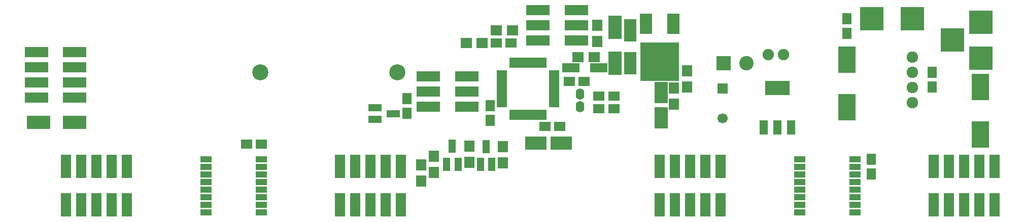
<source format=gts>
G04 #@! TF.GenerationSoftware,KiCad,Pcbnew,no-vcs-found-7406~56~ubuntu16.10.1*
G04 #@! TF.CreationDate,2016-12-22T13:28:21+01:00*
G04 #@! TF.ProjectId,nixie-clock,6E697869652D636C6F636B2E6B696361,rev?*
G04 #@! TF.FileFunction,Soldermask,Top*
G04 #@! TF.FilePolarity,Negative*
%FSLAX46Y46*%
G04 Gerber Fmt 4.6, Leading zero omitted, Abs format (unit mm)*
G04 Created by KiCad (PCBNEW no-vcs-found-7406~56~ubuntu16.10.1) date Thu Dec 22 13:28:21 2016*
%MOMM*%
%LPD*%
G01*
G04 APERTURE LIST*
%ADD10C,0.100000*%
%ADD11R,4.057600X2.432000*%
%ADD12R,1.416000X2.432000*%
%ADD13C,2.686000*%
%ADD14R,1.650000X1.900000*%
%ADD15R,1.900000X1.650000*%
%ADD16R,3.549600X2.200860*%
%ADD17R,3.900120X2.200860*%
%ADD18R,2.900000X4.400000*%
%ADD19R,2.200860X3.549600*%
%ADD20R,2.200860X3.900120*%
%ADD21R,2.200860X1.200100*%
%ADD22R,2.099260X3.699460*%
%ADD23R,2.998420X1.598880*%
%ADD24R,3.000960X1.598880*%
%ADD25R,4.000000X1.670000*%
%ADD26R,3.900120X3.900120*%
%ADD27R,1.670000X4.000000*%
%ADD28R,1.200100X2.200860*%
%ADD29R,1.700000X1.900000*%
%ADD30R,1.900000X1.700000*%
%ADD31R,1.700000X0.650000*%
%ADD32R,0.650000X1.700000*%
%ADD33R,2.051000X3.448000*%
%ADD34R,6.496000X6.496000*%
%ADD35R,1.900000X1.000000*%
%ADD36O,1.400760X1.901140*%
%ADD37R,3.900000X3.900000*%
%ADD38O,1.924000X1.924000*%
%ADD39R,1.700000X1.700000*%
%ADD40C,1.700000*%
%ADD41C,2.398980*%
%ADD42R,2.398980X2.398980*%
%ADD43C,1.901140*%
G04 APERTURE END LIST*
D10*
D11*
X185991500Y-127190500D03*
D12*
X185991500Y-133794500D03*
X188277500Y-133794500D03*
X183705500Y-133794500D03*
D13*
X99720400Y-124510800D03*
X122580400Y-124510800D03*
D14*
X124206000Y-131425000D03*
X124206000Y-128925000D03*
D15*
X156204600Y-128524000D03*
X158704600Y-128524000D03*
X156179200Y-130632200D03*
X158679200Y-130632200D03*
D14*
X138023600Y-130118800D03*
X138023600Y-132618800D03*
D15*
X147187600Y-133629400D03*
X149687600Y-133629400D03*
X141534200Y-119608600D03*
X139034200Y-119608600D03*
D16*
X145676620Y-136398000D03*
X149928580Y-136398000D03*
D15*
X153751600Y-126034800D03*
X151251600Y-126034800D03*
D17*
X68684140Y-132943600D03*
X62684660Y-132943600D03*
D18*
X219837000Y-126962400D03*
X219837000Y-134962400D03*
X197535800Y-122390400D03*
X197535800Y-130390400D03*
D14*
X211836000Y-127030800D03*
X211836000Y-124530800D03*
X197561200Y-115539200D03*
X197561200Y-118039200D03*
D19*
X166573200Y-132173980D03*
X166573200Y-127922020D03*
D20*
X158851600Y-116989860D03*
X158851600Y-122989340D03*
D14*
X201599800Y-139059600D03*
X201599800Y-141559600D03*
D15*
X99903600Y-136525000D03*
X97403600Y-136525000D03*
D21*
X118844060Y-130495000D03*
X118844060Y-132395000D03*
X121846340Y-131445000D03*
D22*
X161442400Y-117492780D03*
X161442400Y-122994420D03*
D23*
X156149040Y-123748800D03*
D24*
X151546560Y-123748800D03*
D25*
X62332000Y-121132600D03*
X62332000Y-123672600D03*
X62332000Y-126212600D03*
X62332000Y-128752600D03*
X68732000Y-128752600D03*
X68732000Y-126212600D03*
X68732000Y-123672600D03*
X68732000Y-121132600D03*
X134137000Y-130302000D03*
X134137000Y-127762000D03*
X134137000Y-125222000D03*
X127737000Y-125222000D03*
X127737000Y-127762000D03*
X127737000Y-130302000D03*
D26*
X219887800Y-122151140D03*
X219887800Y-116151660D03*
X215188800Y-119151400D03*
D27*
X166370000Y-146710000D03*
X168910000Y-146710000D03*
X171450000Y-146710000D03*
X173990000Y-146710000D03*
X173990000Y-140310000D03*
X171450000Y-140310000D03*
X168910000Y-140310000D03*
X166370000Y-140310000D03*
X176530000Y-146710000D03*
X176530000Y-140310000D03*
X212090000Y-146710000D03*
X214630000Y-146710000D03*
X217170000Y-146710000D03*
X219710000Y-146710000D03*
X219710000Y-140310000D03*
X217170000Y-140310000D03*
X214630000Y-140310000D03*
X212090000Y-140310000D03*
X222250000Y-146710000D03*
X222250000Y-140310000D03*
X67310000Y-146710000D03*
X69850000Y-146710000D03*
X72390000Y-146710000D03*
X74930000Y-146710000D03*
X74930000Y-140310000D03*
X72390000Y-140310000D03*
X69850000Y-140310000D03*
X67310000Y-140310000D03*
X77470000Y-146710000D03*
X77470000Y-140310000D03*
X113030000Y-146710000D03*
X115570000Y-146710000D03*
X118110000Y-146710000D03*
X120650000Y-146710000D03*
X120650000Y-140310000D03*
X118110000Y-140310000D03*
X115570000Y-140310000D03*
X113030000Y-140310000D03*
X123190000Y-146710000D03*
X123190000Y-140310000D03*
D28*
X130774400Y-139931140D03*
X132674400Y-139931140D03*
X131724400Y-136928860D03*
X136413200Y-139956540D03*
X138313200Y-139956540D03*
X137363200Y-136954260D03*
D29*
X128676400Y-141304000D03*
X128676400Y-138604000D03*
X126568200Y-142701000D03*
X126568200Y-140001000D03*
X134543800Y-139627600D03*
X134543800Y-136927600D03*
X140157200Y-139653000D03*
X140157200Y-136953000D03*
D30*
X134032000Y-119634000D03*
X136732000Y-119634000D03*
D29*
X155956000Y-119383800D03*
X155956000Y-116683800D03*
D30*
X155401000Y-122021600D03*
X152701000Y-122021600D03*
X139035800Y-117525800D03*
X141735800Y-117525800D03*
D29*
X168732200Y-127174000D03*
X168732200Y-129874000D03*
X170865800Y-124253000D03*
X170865800Y-126953000D03*
D25*
X152425000Y-119227600D03*
X152425000Y-116687600D03*
X152425000Y-114147600D03*
X146025000Y-114147600D03*
X146025000Y-116687600D03*
X146025000Y-119227600D03*
D31*
X148723600Y-130029400D03*
X148723600Y-129529400D03*
X148723600Y-129029400D03*
X148723600Y-128529400D03*
X148723600Y-128029400D03*
X148723600Y-127529400D03*
X148723600Y-127029400D03*
X148723600Y-126529400D03*
X148723600Y-126029400D03*
X148723600Y-125529400D03*
X148723600Y-125029400D03*
X148723600Y-124529400D03*
D32*
X147123600Y-122929400D03*
X146623600Y-122929400D03*
X146123600Y-122929400D03*
X145623600Y-122929400D03*
X145123600Y-122929400D03*
X144623600Y-122929400D03*
X144123600Y-122929400D03*
X143623600Y-122929400D03*
X143123600Y-122929400D03*
X142623600Y-122929400D03*
X142123600Y-122929400D03*
X141623600Y-122929400D03*
D31*
X140023600Y-124529400D03*
X140023600Y-125029400D03*
X140023600Y-125529400D03*
X140023600Y-126029400D03*
X140023600Y-126529400D03*
X140023600Y-127029400D03*
X140023600Y-127529400D03*
X140023600Y-128029400D03*
X140023600Y-128529400D03*
X140023600Y-129029400D03*
X140023600Y-129529400D03*
X140023600Y-130029400D03*
D32*
X141623600Y-131629400D03*
X142123600Y-131629400D03*
X142623600Y-131629400D03*
X143123600Y-131629400D03*
X143623600Y-131629400D03*
X144123600Y-131629400D03*
X144623600Y-131629400D03*
X145123600Y-131629400D03*
X145623600Y-131629400D03*
X146123600Y-131629400D03*
X146623600Y-131629400D03*
X147123600Y-131629400D03*
D33*
X168579800Y-116382800D03*
D34*
X166293800Y-122732800D03*
D33*
X164007800Y-116382800D03*
D35*
X189660000Y-139065000D03*
X189660000Y-140335000D03*
X189660000Y-141605000D03*
X189660000Y-142875000D03*
X189660000Y-144145000D03*
X189660000Y-145415000D03*
X189660000Y-146685000D03*
X189660000Y-147955000D03*
X198960000Y-147955000D03*
X198960000Y-146685000D03*
X198960000Y-145415000D03*
X198960000Y-144145000D03*
X198960000Y-142875000D03*
X198960000Y-141605000D03*
X198960000Y-140335000D03*
X198960000Y-139065000D03*
X90600000Y-139065000D03*
X90600000Y-140335000D03*
X90600000Y-141605000D03*
X90600000Y-142875000D03*
X90600000Y-144145000D03*
X90600000Y-145415000D03*
X90600000Y-146685000D03*
X90600000Y-147955000D03*
X99900000Y-147955000D03*
X99900000Y-146685000D03*
X99900000Y-145415000D03*
X99900000Y-144145000D03*
X99900000Y-142875000D03*
X99900000Y-141605000D03*
X99900000Y-140335000D03*
X99900000Y-139065000D03*
D36*
X153035000Y-130309620D03*
X153035000Y-128211580D03*
D37*
X208534000Y-115544600D03*
X201726800Y-115544600D03*
D38*
X208534000Y-129590800D03*
X208534000Y-127050800D03*
X208534000Y-124510800D03*
X208534000Y-121970800D03*
D39*
X176834800Y-127254000D03*
D40*
X176834800Y-132254000D03*
D41*
X180822600Y-122986800D03*
D42*
X177012600Y-122986800D03*
D43*
X184467500Y-121602500D03*
X187007500Y-121602500D03*
M02*

</source>
